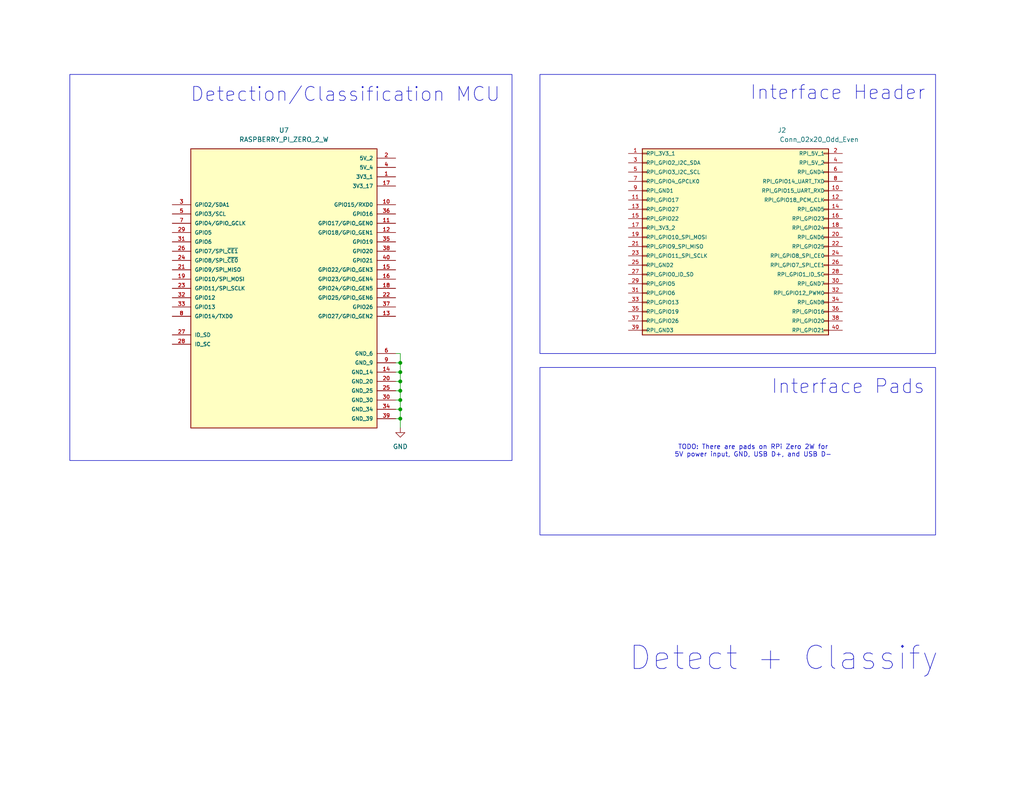
<source format=kicad_sch>
(kicad_sch (version 20231120) (generator "eeschema") (generator_version "8.0")
  (paper "USLetter")
  (title_block (title "CivicAlert") (rev "A") (company "Vanderbilt University"))
  (lib_symbols
    (symbol "Connector_Generic:Conn_02x20_Odd_Even" (pin_names (offset 1.016))
      (property "Reference" "J2" (at 1.27 29.21 0))
      (property "Value" "Conn_02x20_Odd_Even" (at 11.43 26.67 0))
      (symbol "Conn_02x20_Odd_Even_1_1"
        (rectangle (start -36.83 -25.273) (end -35.56 -25.527) (stroke (width 0.1524)))
        (rectangle (start -36.83 -22.733) (end -35.56 -22.987) (stroke (width 0.1524)))
        (rectangle (start -36.83 -20.193) (end -35.56 -20.447) (stroke (width 0.1524)))
        (rectangle (start -36.83 -17.653) (end -35.56 -17.907) (stroke (width 0.1524)))
        (rectangle (start -36.83 -15.113) (end -35.56 -15.367) (stroke (width 0.1524)))
        (rectangle (start -36.83 -12.573) (end -35.56 -12.827) (stroke (width 0.1524)))
        (rectangle (start -36.83 -10.033) (end -35.56 -10.287) (stroke (width 0.1524)))
        (rectangle (start -36.83 -7.493) (end -35.56 -7.747) (stroke (width 0.1524)))
        (rectangle (start -36.83 -4.953) (end -35.56 -5.207) (stroke (width 0.1524)))
        (rectangle (start -36.83 -2.413) (end -35.56 -2.667) (stroke (width 0.1524)))
        (rectangle (start -36.83 0.127) (end -35.56 -0.127) (stroke (width 0.1524)))
        (rectangle (start -36.83 2.667) (end -35.56 2.413) (stroke (width 0.1524)))
        (rectangle (start -36.83 5.207) (end -35.56 4.953) (stroke (width 0.1524)))
        (rectangle (start -36.83 7.747) (end -35.56 7.493) (stroke (width 0.1524)))
        (rectangle (start -36.83 10.287) (end -35.56 10.033) (stroke (width 0.1524)))
        (rectangle (start -36.83 12.827) (end -35.56 12.573) (stroke (width 0.1524)))
        (rectangle (start -36.83 15.367) (end -35.56 15.113) (stroke (width 0.1524)))
        (rectangle (start -36.83 17.907) (end -35.56 17.653) (stroke (width 0.1524)))
        (rectangle (start -36.83 20.447) (end -35.56 20.193) (stroke (width 0.1524)))
        (rectangle (start -36.83 22.987) (end -35.56 22.733) (stroke (width 0.1524)))
        (rectangle (start -36.83 24.13) (end 13.97 -26.67) (stroke (width 0.254)) (fill (type background)))
        (rectangle (start 13.97 -25.273) (end 12.7 -25.527) (stroke (width 0.1524)))
        (rectangle (start 13.97 -22.733) (end 12.7 -22.987) (stroke (width 0.1524)))
        (rectangle (start 13.97 -20.193) (end 12.7 -20.447) (stroke (width 0.1524)))
        (rectangle (start 13.97 -17.653) (end 12.7 -17.907) (stroke (width 0.1524)))
        (rectangle (start 13.97 -15.113) (end 12.7 -15.367) (stroke (width 0.1524)))
        (rectangle (start 13.97 -12.573) (end 12.7 -12.827) (stroke (width 0.1524)))
        (rectangle (start 13.97 -10.033) (end 12.7 -10.287) (stroke (width 0.1524)))
        (rectangle (start 13.97 -7.493) (end 12.7 -7.747) (stroke (width 0.1524)))
        (rectangle (start 13.97 -4.953) (end 12.7 -5.207) (stroke (width 0.1524)))
        (rectangle (start 13.97 -2.413) (end 12.7 -2.667) (stroke (width 0.1524)))
        (rectangle (start 13.97 0.127) (end 12.7 -0.127) (stroke (width 0.1524)))
        (rectangle (start 13.97 2.667) (end 12.7 2.413) (stroke (width 0.1524)))
        (rectangle (start 13.97 5.207) (end 12.7 4.953) (stroke (width 0.1524)))
        (rectangle (start 13.97 7.747) (end 12.7 7.493) (stroke (width 0.1524)))
        (rectangle (start 13.97 10.287) (end 12.7 10.033) (stroke (width 0.1524)))
        (rectangle (start 13.97 12.827) (end 12.7 12.573) (stroke (width 0.1524)))
        (rectangle (start 13.97 15.367) (end 12.7 15.113) (stroke (width 0.1524)))
        (rectangle (start 13.97 17.907) (end 12.7 17.653) (stroke (width 0.1524)))
        (rectangle (start 13.97 20.447) (end 12.7 20.193) (stroke (width 0.1524)))
        (rectangle (start 13.97 22.987) (end 12.7 22.733) (stroke (width 0.1524)))
        (pin passive line (at -40.64 22.86 0) (length 3.81) (name "RPI_3V3_1") (number "1"))
        (pin passive line (at 17.78 12.7 180) (length 3.81) (name "RPI_GPIO15_UART_RXD") (number "10"))
        (pin passive line (at -40.64 10.16 0) (length 3.81) (name "RPI_GPIO17") (number "11"))
        (pin passive line (at 17.78 10.16 180) (length 3.81) (name "RPI_GPIO18_PCM_CLK") (number "12"))
        (pin passive line (at -40.64 7.62 0) (length 3.81) (name "RPI_GPIO27") (number "13"))
        (pin passive line (at 17.78 7.62 180) (length 3.81) (name "RPI_GND5") (number "14"))
        (pin passive line (at -40.64 5.08 0) (length 3.81) (name "RPI_GPIO22") (number "15"))
        (pin passive line (at 17.78 5.08 180) (length 3.81) (name "RPI_GPIO23") (number "16"))
        (pin passive line (at -40.64 2.54 0) (length 3.81) (name "RPI_3V3_2") (number "17"))
        (pin passive line (at 17.78 2.54 180) (length 3.81) (name "RPI_GPIO24") (number "18"))
        (pin passive line (at -40.64 0 0) (length 3.81) (name "RPI_GPIO10_SPI_MOSI") (number "19"))
        (pin passive line (at 17.78 22.86 180) (length 3.81) (name "RPI_5V_1") (number "2"))
        (pin passive line (at 17.78 0 180) (length 3.81) (name "RPI_GND6") (number "20"))
        (pin passive line (at -40.64 -2.54 0) (length 3.81) (name "RPI_GPIO9_SPI_MISO") (number "21"))
        (pin passive line (at 17.78 -2.54 180) (length 3.81) (name "RPI_GPIO25") (number "22"))
        (pin passive line (at -40.64 -5.08 0) (length 3.81) (name "RPI_GPIO11_SPI_SCLK") (number "23"))
        (pin passive line (at 17.78 -5.08 180) (length 3.81) (name "RPI_GPIO8_SPI_CE0") (number "24"))
        (pin passive line (at -40.64 -7.62 0) (length 3.81) (name "RPI_GND2") (number "25"))
        (pin passive line (at 17.78 -7.62 180) (length 3.81) (name "RPI_GPIO7_SPI_CE1") (number "26"))
        (pin passive line (at -40.64 -10.16 0) (length 3.81) (name "RPI_GPIO0_ID_SD") (number "27"))
        (pin passive line (at 17.78 -10.16 180) (length 3.81) (name "RPI_GPIO1_ID_SC") (number "28"))
        (pin passive line (at -40.64 -12.7 0) (length 3.81) (name "RPI_GPIO5") (number "29"))
        (pin passive line (at -40.64 20.32 0) (length 3.81) (name "RPI_GPIO2_I2C_SDA") (number "3"))
        (pin passive line (at 17.78 -12.7 180) (length 3.81) (name "RPI_GND7") (number "30"))
        (pin passive line (at -40.64 -15.24 0) (length 3.81) (name "RPI_GPIO6") (number "31"))
        (pin passive line (at 17.78 -15.24 180) (length 3.81) (name "RPI_GPIO12_PWM0") (number "32"))
        (pin passive line (at -40.64 -17.78 0) (length 3.81) (name "RPI_GPIO13") (number "33"))
        (pin passive line (at 17.78 -17.78 180) (length 3.81) (name "RPI_GND8") (number "34"))
        (pin passive line (at -40.64 -20.32 0) (length 3.81) (name "RPI_GPIO19") (number "35"))
        (pin passive line (at 17.78 -20.32 180) (length 3.81) (name "RPI_GPIO16") (number "36"))
        (pin passive line (at -40.64 -22.86 0) (length 3.81) (name "RPI_GPIO26") (number "37"))
        (pin passive line (at 17.78 -22.86 180) (length 3.81) (name "RPI_GPIO20") (number "38"))
        (pin passive line (at -40.64 -25.4 0) (length 3.81) (name "RPI_GND3") (number "39"))
        (pin passive line (at 17.78 20.32 180) (length 3.81) (name "RPI_5V_2") (number "4"))
        (pin passive line (at 17.78 -25.4 180) (length 3.81) (name "RPI_GPIO21") (number "40"))
        (pin passive line (at -40.64 17.78 0) (length 3.81) (name "RPI_GPIO3_I2C_SCL") (number "5"))
        (pin passive line (at 17.78 17.78 180) (length 3.81) (name "RPI_GND4") (number "6"))
        (pin passive line (at -40.64 15.24 0) (length 3.81) (name "RPI_GPIO4_GPCLK0") (number "7"))
        (pin passive line (at 17.78 15.24 180) (length 3.81) (name "RPI_GPIO14_UART_TXD") (number "8"))
        (pin passive line (at -40.64 12.7 0) (length 3.81) (name "RPI_GND1") (number "9"))
      )
    )
    (symbol "RASPBERRY_PI_ZERO_2_W:RASPBERRY_PI_ZERO_2_W" (pin_names (offset 1.016))
      (property "Reference" "U" (at -25.42 39.3962 0))
      (property "Value" "RASPBERRY_PI_ZERO_2_W" (at -25.4191 -40.6687 0))
      (symbol "RASPBERRY_PI_ZERO_2_W_0_0"
        (rectangle (start -25.4 -38.1) (end 25.4 38.1) (stroke (width 0.254)) (fill (type background)))
        (pin power_in line (at 30.48 30.48 180) (length 5.08) (name "3V3_1") (number "1"))
        (pin bidirectional line (at 30.48 22.86 180) (length 5.08) (name "GPIO15/RXD0") (number "10"))
        (pin bidirectional line (at 30.48 17.78 180) (length 5.08) (name "GPIO17/GPIO_GEN0") (number "11"))
        (pin bidirectional line (at 30.48 15.24 180) (length 5.08) (name "GPIO18/GPIO_GEN1") (number "12"))
        (pin bidirectional line (at 30.48 -7.62 180) (length 5.08) (name "GPIO27/GPIO_GEN2") (number "13"))
        (pin power_in line (at 30.48 -22.86 180) (length 5.08) (name "GND_14") (number "14"))
        (pin bidirectional line (at 30.48 5.08 180) (length 5.08) (name "GPIO22/GPIO_GEN3") (number "15"))
        (pin bidirectional line (at 30.48 2.54 180) (length 5.08) (name "GPIO23/GPIO_GEN4") (number "16"))
        (pin power_in line (at 30.48 27.94 180) (length 5.08) (name "3V3_17") (number "17"))
        (pin bidirectional line (at 30.48 0 180) (length 5.08) (name "GPIO24/GPIO_GEN5") (number "18"))
        (pin bidirectional line (at -30.48 2.54 0) (length 5.08) (name "GPIO10/SPI_MOSI") (number "19"))
        (pin power_in line (at 30.48 35.56 180) (length 5.08) (name "5V_2") (number "2"))
        (pin power_in line (at 30.48 -25.4 180) (length 5.08) (name "GND_20") (number "20"))
        (pin bidirectional line (at -30.48 5.08 0) (length 5.08) (name "GPIO9/SPI_MISO") (number "21"))
        (pin bidirectional line (at 30.48 -2.54 180) (length 5.08) (name "GPIO25/GPIO_GEN6") (number "22"))
        (pin bidirectional line (at -30.48 0 0) (length 5.08) (name "GPIO11/SPI_SCLK") (number "23"))
        (pin bidirectional line (at -30.48 7.62 0) (length 5.08) (name "GPIO8/SPI_~{CE0}") (number "24"))
        (pin power_in line (at 30.48 -27.94 180) (length 5.08) (name "GND_25") (number "25"))
        (pin bidirectional line (at -30.48 10.16 0) (length 5.08) (name "GPIO7/SPI_~{CE1}") (number "26"))
        (pin bidirectional line (at -30.48 -12.7 0) (length 5.08) (name "ID_SD") (number "27"))
        (pin bidirectional line (at -30.48 -15.24 0) (length 5.08) (name "ID_SC") (number "28"))
        (pin bidirectional line (at -30.48 15.24 0) (length 5.08) (name "GPIO5") (number "29"))
        (pin bidirectional line (at -30.48 22.86 0) (length 5.08) (name "GPIO2/SDA1") (number "3"))
        (pin power_in line (at 30.48 -30.48 180) (length 5.08) (name "GND_30") (number "30"))
        (pin bidirectional line (at -30.48 12.7 0) (length 5.08) (name "GPIO6") (number "31"))
        (pin bidirectional line (at -30.48 -2.54 0) (length 5.08) (name "GPIO12") (number "32"))
        (pin bidirectional line (at -30.48 -5.08 0) (length 5.08) (name "GPIO13") (number "33"))
        (pin power_in line (at 30.48 -33.02 180) (length 5.08) (name "GND_34") (number "34"))
        (pin bidirectional line (at 30.48 12.7 180) (length 5.08) (name "GPIO19") (number "35"))
        (pin bidirectional line (at 30.48 20.32 180) (length 5.08) (name "GPIO16") (number "36"))
        (pin bidirectional line (at 30.48 -5.08 180) (length 5.08) (name "GPIO26") (number "37"))
        (pin bidirectional line (at 30.48 10.16 180) (length 5.08) (name "GPIO20") (number "38"))
        (pin power_in line (at 30.48 -35.56 180) (length 5.08) (name "GND_39") (number "39"))
        (pin power_in line (at 30.48 33.02 180) (length 5.08) (name "5V_4") (number "4"))
        (pin bidirectional line (at 30.48 7.62 180) (length 5.08) (name "GPIO21") (number "40"))
        (pin bidirectional line (at -30.48 20.32 0) (length 5.08) (name "GPIO3/SCL") (number "5"))
        (pin power_in line (at 30.48 -17.78 180) (length 5.08) (name "GND_6") (number "6"))
        (pin bidirectional line (at -30.48 17.78 0) (length 5.08) (name "GPIO4/GPIO_GCLK") (number "7"))
        (pin bidirectional line (at -30.48 -7.62 0) (length 5.08) (name "GPIO14/TXD0") (number "8"))
        (pin power_in line (at 30.48 -20.32 180) (length 5.08) (name "GND_9") (number "9"))
      )
    )
    (symbol "power:GND" (power) (pin_numbers hide) (pin_names (offset 0) hide)
      (property "Value" "GND" (at 0 -3.81 0))
      (symbol "GND_0_1"
        (polyline (pts (xy 0 0) (xy 0 -1.27) (xy 1.27 -1.27) (xy 0 -2.54) (xy -1.27 -1.27) (xy 0 -1.27)))
      )
      (symbol "GND_1_1"
        (pin power_in line (at 0 0 270) (length 0) (name "~") (number "1"))
      )
    )
  )
  (junction (at 109.22 114.3))
  (junction (at 109.22 99.06))
  (junction (at 109.22 109.22))
  (junction (at 109.22 104.14))
  (junction (at 109.22 106.68))
  (junction (at 109.22 111.76))
  (junction (at 109.22 101.6))
  (wire (pts (xy 109.22 104.14) (xy 109.22 106.68)))
  (wire (pts (xy 107.95 101.6) (xy 109.22 101.6)))
  (wire (pts (xy 109.22 114.3) (xy 109.22 116.84)))
  (wire (pts (xy 109.22 111.76) (xy 109.22 114.3)))
  (wire (pts (xy 109.22 101.6) (xy 109.22 104.14)))
  (wire (pts (xy 109.22 96.52) (xy 109.22 99.06)))
  (wire (pts (xy 107.95 106.68) (xy 109.22 106.68)))
  (wire (pts (xy 107.95 111.76) (xy 109.22 111.76)))
  (wire (pts (xy 109.22 106.68) (xy 109.22 109.22)))
  (wire (pts (xy 107.95 99.06) (xy 109.22 99.06)))
  (wire (pts (xy 107.95 104.14) (xy 109.22 104.14)))
  (wire (pts (xy 109.22 114.3) (xy 107.95 114.3)))
  (wire (pts (xy 107.95 96.52) (xy 109.22 96.52)))
  (wire (pts (xy 109.22 99.06) (xy 109.22 101.6)))
  (wire (pts (xy 109.22 109.22) (xy 109.22 111.76)))
  (wire (pts (xy 107.95 109.22) (xy 109.22 109.22)))
  (rectangle (start 19.05 20.32) (end 139.7 125.73))
  (rectangle (start 147.32 100.33) (end 255.27 146.05))
  (rectangle (start 147.32 20.32) (end 255.27 96.52))
  (text "Interface Pads" (at 231.394 105.664 0) (effects (font (size 3.81 3.81))))
  (text "Detect + Classify" (at 213.868 179.832 0) (effects (font (size 6.35 6.35))))
  (text "Detection/Classification MCU" (at 94.234 25.908 0) (effects (font (size 3.81 3.81))))
  (text "Interface Header" (at 228.6 25.4 0) (effects (font (size 3.81 3.81))))
  (text "TODO: There are pads on RPi Zero 2W for\n5V power input, GND, USB D+, and USB D-" (at 205.486 123.19 0) (effects (font (size 1.27 1.27))))
  (symbol (lib_id "power:GND") (at 109.22 116.84 0) (unit 1)
    (property "Reference" "#PWR029" (effects (hide yes)))
    (property "Value" "GND" (at 109.22 121.92 0))
    (property "Description" "Power symbol creates a global label with name \"GND\" , ground" (effects (hide yes)))
  )
  (symbol (lib_id "Connector_Generic:Conn_02x20_Odd_Even") (at 212.09 64.77 0) (unit 1)
    (property "Reference" "J2" (at 213.36 35.56 0))
    (property "Value" "Conn_02x20_Odd_Even" (at 223.52 38.1 0))
    (property "Description" "Generic connector, double row, 02x20, odd/even pin numbering scheme (row 1 odd numbers, row 2 even numbers), script generated (kicad-library-utils/schlib/autogen/connector/)" (effects (hide yes)))
  )
  (symbol (lib_id "RASPBERRY_PI_ZERO_2_W:RASPBERRY_PI_ZERO_2_W") (at 77.47 78.74 0) (unit 1)
    (property "Reference" "U7" (at 77.47 35.56 0))
    (property "Value" "RASPBERRY_PI_ZERO_2_W" (at 77.47 38.1 0))
    (property "Footprint" "RASPBERRY_PI_ZERO_2_W:MODULE_RASPBERRY_PI_ZERO_2_W" (effects (hide yes)))
    (property "MF" "Raspberry Pi" (effects (hide yes)))
    (property "Description_1" "\n                        \n                            At the heart of Raspberry Pi Zero 2 W is RP3A0, a custom-built system-in-package designed by Raspberry Pi in the UK.\n                        \n" (effects (hide yes)))
    (property "Package" "None" (effects (hide yes)))
    (property "Price" "None" (effects (hide yes)))
    (property "Check_prices" "https://www.snapeda.com/parts/RASPBERRY%20PI%20ZERO%202%20W/Raspberry+Pi/view-part/?ref=eda" (effects (hide yes)))
    (property "STANDARD" "Manufacturer Recommendations" (effects (hide yes)))
    (property "PARTREV" "April 2024" (effects (hide yes)))
    (property "SnapEDA_Link" "https://www.snapeda.com/parts/RASPBERRY%20PI%20ZERO%202%20W/Raspberry+Pi/view-part/?ref=snap" (effects (hide yes)))
    (property "MP" "RASPBERRY PI ZERO 2 W" (effects (hide yes)))
    (property "Availability" "In Stock" (effects (hide yes)))
    (property "MANUFACTURER" "Raspberry Pi" (effects (hide yes)))
  )
)
</source>
